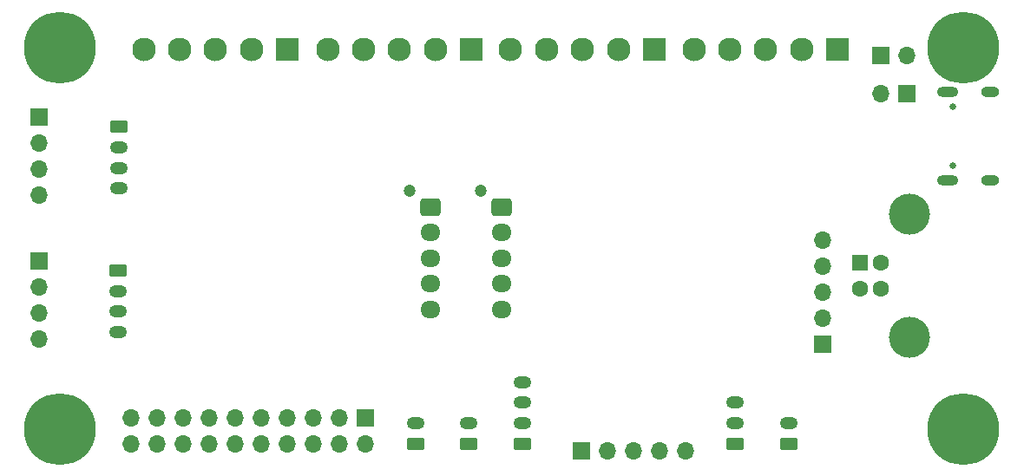
<source format=gbr>
%TF.GenerationSoftware,KiCad,Pcbnew,(7.0.0-0)*%
%TF.CreationDate,2023-05-07T02:23:39-06:00*%
%TF.ProjectId,ReflexFightingBoard,5265666c-6578-4466-9967-6874696e6742,rev?*%
%TF.SameCoordinates,Original*%
%TF.FileFunction,Soldermask,Bot*%
%TF.FilePolarity,Negative*%
%FSLAX46Y46*%
G04 Gerber Fmt 4.6, Leading zero omitted, Abs format (unit mm)*
G04 Created by KiCad (PCBNEW (7.0.0-0)) date 2023-05-07 02:23:39*
%MOMM*%
%LPD*%
G01*
G04 APERTURE LIST*
G04 Aperture macros list*
%AMRoundRect*
0 Rectangle with rounded corners*
0 $1 Rounding radius*
0 $2 $3 $4 $5 $6 $7 $8 $9 X,Y pos of 4 corners*
0 Add a 4 corners polygon primitive as box body*
4,1,4,$2,$3,$4,$5,$6,$7,$8,$9,$2,$3,0*
0 Add four circle primitives for the rounded corners*
1,1,$1+$1,$2,$3*
1,1,$1+$1,$4,$5*
1,1,$1+$1,$6,$7*
1,1,$1+$1,$8,$9*
0 Add four rect primitives between the rounded corners*
20,1,$1+$1,$2,$3,$4,$5,0*
20,1,$1+$1,$4,$5,$6,$7,0*
20,1,$1+$1,$6,$7,$8,$9,0*
20,1,$1+$1,$8,$9,$2,$3,0*%
G04 Aperture macros list end*
%ADD10R,1.700000X1.700000*%
%ADD11O,1.700000X1.700000*%
%ADD12RoundRect,0.249999X-0.625001X0.350001X-0.625001X-0.350001X0.625001X-0.350001X0.625001X0.350001X0*%
%ADD13O,1.750000X1.200000*%
%ADD14RoundRect,0.250000X0.625000X-0.350000X0.625000X0.350000X-0.625000X0.350000X-0.625000X-0.350000X0*%
%ADD15R,2.300000X2.300000*%
%ADD16C,2.300000*%
%ADD17C,7.000000*%
%ADD18R,1.600000X1.600000*%
%ADD19C,1.600000*%
%ADD20C,4.000000*%
%ADD21C,1.200000*%
%ADD22RoundRect,0.250000X-0.725000X0.600000X-0.725000X-0.600000X0.725000X-0.600000X0.725000X0.600000X0*%
%ADD23O,1.950000X1.700000*%
%ADD24C,0.650000*%
%ADD25O,2.100000X1.000000*%
%ADD26O,1.800000X1.000000*%
G04 APERTURE END LIST*
D10*
%TO.C,J2*%
X137159999Y-119379999D03*
D11*
X137159999Y-121919999D03*
X134619999Y-119379999D03*
X134619999Y-121919999D03*
X132079999Y-119379999D03*
X132079999Y-121919999D03*
X129539999Y-119379999D03*
X129539999Y-121919999D03*
X126999999Y-119379999D03*
X126999999Y-121919999D03*
X124459999Y-119379999D03*
X124459999Y-121919999D03*
X121919999Y-119379999D03*
X121919999Y-121919999D03*
X119379999Y-119379999D03*
X119379999Y-121919999D03*
X116839999Y-119379999D03*
X116839999Y-121919999D03*
X114299999Y-119379999D03*
X114299999Y-121919999D03*
%TD*%
D12*
%TO.C,J1*%
X113100000Y-90982800D03*
D13*
X113099999Y-92982799D03*
X113099999Y-94982799D03*
X113099999Y-96982799D03*
%TD*%
D14*
%TO.C,J3*%
X142050000Y-121900000D03*
D13*
X142049999Y-119899999D03*
%TD*%
D14*
%TO.C,J4*%
X147250000Y-121900000D03*
D13*
X147249999Y-119899999D03*
%TD*%
D15*
%TO.C,J5*%
X165324999Y-83449999D03*
D16*
X161825000Y-83450000D03*
X158325000Y-83450000D03*
X154825000Y-83450000D03*
X151325000Y-83450000D03*
%TD*%
D15*
%TO.C,J6*%
X147474999Y-83449999D03*
D16*
X143975000Y-83450000D03*
X140475000Y-83450000D03*
X136975000Y-83450000D03*
X133475000Y-83450000D03*
%TD*%
D15*
%TO.C,J7*%
X129524999Y-83449999D03*
D16*
X126025000Y-83450000D03*
X122525000Y-83450000D03*
X119025000Y-83450000D03*
X115525000Y-83450000D03*
%TD*%
D15*
%TO.C,J8*%
X183199999Y-83449999D03*
D16*
X179700000Y-83450000D03*
X176200000Y-83450000D03*
X172700000Y-83450000D03*
X169200000Y-83450000D03*
%TD*%
D12*
%TO.C,J12*%
X113000000Y-105000000D03*
D13*
X112999999Y-106999999D03*
X112999999Y-108999999D03*
X112999999Y-110999999D03*
%TD*%
D17*
%TO.C,H1*%
X107378000Y-83200000D03*
%TD*%
%TO.C,H3*%
X107378000Y-120460000D03*
%TD*%
%TO.C,H4*%
X195517000Y-120460000D03*
%TD*%
%TO.C,H2*%
X195517000Y-83248000D03*
%TD*%
D14*
%TO.C,J26*%
X178450000Y-121900000D03*
D13*
X178449999Y-119899999D03*
%TD*%
D10*
%TO.C,J20*%
X187399999Y-84001951D03*
D11*
X189939999Y-84001951D03*
%TD*%
D14*
%TO.C,J21*%
X152450000Y-121900000D03*
D13*
X152449999Y-119899999D03*
X152449999Y-117899999D03*
X152449999Y-115899999D03*
%TD*%
D14*
%TO.C,J11*%
X173250000Y-121900000D03*
D13*
X173249999Y-119899999D03*
X173249999Y-117899999D03*
%TD*%
D10*
%TO.C,J14*%
X189999999Y-87699999D03*
D11*
X187459999Y-87699999D03*
%TD*%
D18*
%TO.C,J16*%
X185399999Y-104249999D03*
D19*
X185400000Y-106750000D03*
X187400000Y-106750000D03*
X187400000Y-104250000D03*
D20*
X190260000Y-99500000D03*
X190260000Y-111500000D03*
%TD*%
D10*
%TO.C,J19*%
X105299999Y-89999999D03*
D11*
X105299999Y-92539999D03*
X105299999Y-95079999D03*
X105299999Y-97619999D03*
%TD*%
D10*
%TO.C,J22*%
X158224999Y-122574999D03*
D11*
X160764999Y-122574999D03*
X163304999Y-122574999D03*
X165844999Y-122574999D03*
X168384999Y-122574999D03*
%TD*%
D10*
%TO.C,J10*%
X105299999Y-104099999D03*
D11*
X105299999Y-106639999D03*
X105299999Y-109179999D03*
X105299999Y-111719999D03*
%TD*%
D21*
%TO.C,J18*%
X148400000Y-97200000D03*
D22*
X150400000Y-98800000D03*
D23*
X150399999Y-101299999D03*
X150399999Y-103799999D03*
X150399999Y-106299999D03*
X150399999Y-108799999D03*
%TD*%
D21*
%TO.C,J17*%
X141500000Y-97200000D03*
D22*
X143500000Y-98800000D03*
D23*
X143499999Y-101299999D03*
X143499999Y-103799999D03*
X143499999Y-106299999D03*
X143499999Y-108799999D03*
%TD*%
D24*
%TO.C,J15*%
X194443337Y-94764000D03*
X194493337Y-88984000D03*
D25*
X193943336Y-96193999D03*
D26*
X198093336Y-96193999D03*
D25*
X193943336Y-87553999D03*
D26*
X198093336Y-87553999D03*
%TD*%
D10*
%TO.C,J24*%
X181799999Y-112199999D03*
D11*
X181799999Y-109659999D03*
X181799999Y-107119999D03*
X181799999Y-104579999D03*
X181799999Y-102039999D03*
%TD*%
M02*

</source>
